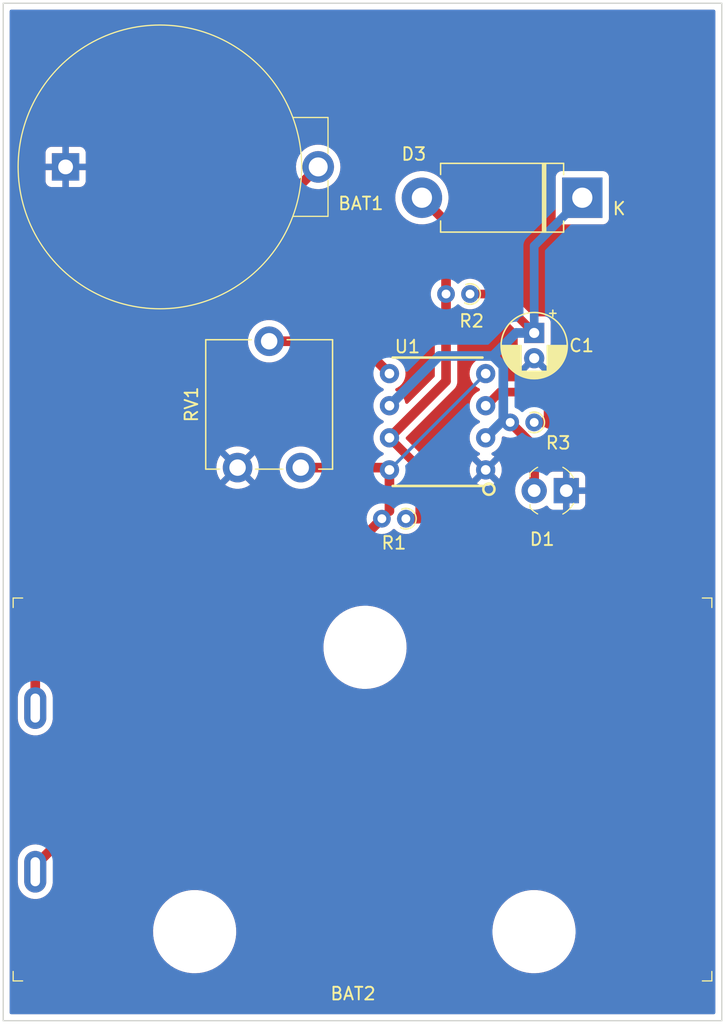
<source format=kicad_pcb>
(kicad_pcb (version 20211014) (generator pcbnew)
  (layers (0 "F.Cu" signal) (31 "B.Cu" signal) (34 "B.Paste" user) (35 "F.Paste" user) (36 "B.SilkS" user "B.Silkscreen") (37 "F.SilkS" user "F.Silkscreen") (38 "B.Mask" user) (39 "F.Mask" user) (44 "Edge.Cuts" user))
  (net 0 "")
  (net 1 "Net-(C1-Pad1)")
  (net 2 "Net-(D3-Pad2)")
  (net 3 "Net-(RV1-Pad2)")
  (net 4 "Net-(R3-Pad1)")
  (net 5 "Net-(BAT1-PadPOS)")
  (net 6 "Net-(R1-Pad2)")
  (net 7 "Net-(C1-Pad2)")
  (footprint "Potentiometer_THT:Potentiometer_ACP_CA9-V10_Vertical" (layer "F.Cu") (at 149.795 78.152 90)
    (fp_text reference "RV1" (at 5 -8.65 90) (layer "F.SilkS"))
    (fp_text value "470")
    (fp_line (start 10.12 -1.075) (end 10.12 2.52) (layer "F.SilkS") (width 0.12))
    (fp_line (start -0.12 -3.574) (end -0.12 -1.425) (layer "F.SilkS") (width 0.12))
    (fp_line (start -0.12 -7.521) (end 10.12 -7.521) (layer "F.SilkS") (width 0.12))
    (fp_line (start -0.12 1.425) (end -0.12 2.52) (layer "F.SilkS") (width 0.12))
    (fp_line (start -0.12 2.52) (end 10.12 2.52) (layer "F.SilkS") (width 0.12))
    (fp_line (start -0.12 -7.521) (end -0.12 -6.426) (layer "F.SilkS") (width 0.12))
    (fp_line (start 10.12 -7.521) (end 10.12 -3.925) (layer "F.SilkS") (width 0.12))
    (pad "1" thru_hole circle (at 0 0 90) (size 2.34 2.34) (drill 1.3) (layers *.Cu *.Mask) (net 6 "Net-(R1-Pad2)"))
    (pad "2" thru_hole circle (at 10 -2.5 90) (size 2.34 2.34) (drill 1.3) (layers *.Cu *.Mask) (net 3 "Net-(RV1-Pad2)"))
    (pad "3" thru_hole circle (at 0 -5 90) (size 2.34 2.34) (drill 1.3) (layers *.Cu *.Mask) (net 7 "Net-(C1-Pad2)"))
  )
  (footprint "Capacitor_THT:CP_Radial_D5.0mm_P2.00mm" (layer "F.Cu") (at 168.28 67.495 -90)
    (fp_text reference "C1" (at 1 -3.75 180) (layer "F.SilkS"))
    (fp_text value "10nf")
    (fp_line (start -1.804775 -1.475) (end -1.304775 -1.475) (layer "F.SilkS") (width 0.12))
    (fp_line (start 1.24 -2.569) (end 1.24 -1.04) (layer "F.SilkS") (width 0.12))
    (fp_line (start 2.801 -1.864) (end 2.801 -1.04) (layer "F.SilkS") (width 0.12))
    (fp_line (start 2.361 1.04) (end 2.361 2.2) (layer "F.SilkS") (width 0.12))
    (fp_line (start 3.281 -1.251) (end 3.281 1.251) (layer "F.SilkS") (width 0.12))
    (fp_line (start 1.2 -2.573) (end 1.2 -1.04) (layer "F.SilkS") (width 0.12))
    (fp_line (start 2.241 1.04) (end 2.241 2.268) (layer "F.SilkS") (width 0.12))
    (fp_line (start 1.4 -2.55) (end 1.4 -1.04) (layer "F.SilkS") (width 0.12))
    (fp_line (start 1.4 1.04) (end 1.4 2.55) (layer "F.SilkS") (width 0.12))
    (fp_line (start 1.64 1.04) (end 1.64 2.501) (layer "F.SilkS") (width 0.12))
    (fp_line (start 3.201 -1.383) (end 3.201 1.383) (layer "F.SilkS") (width 0.12))
    (fp_line (start 2.201 1.04) (end 2.201 2.29) (layer "F.SilkS") (width 0.12))
    (fp_line (start 2.561 -2.065) (end 2.561 -1.04) (layer "F.SilkS") (width 0.12))
    (fp_line (start 1.16 1.04) (end 1.16 2.576) (layer "F.SilkS") (width 0.12))
    (fp_line (start 1.721 -2.48) (end 1.721 -1.04) (layer "F.SilkS") (width 0.12))
    (fp_line (start 1.44 1.04) (end 1.44 2.543) (layer "F.SilkS") (width 0.12))
    (fp_line (start 1.48 1.04) (end 1.48 2.536) (layer "F.SilkS") (width 0.12))
    (fp_line (start 2.121 -2.329) (end 2.121 -1.04) (layer "F.SilkS") (width 0.12))
    (fp_line (start 1.48 -2.536) (end 1.48 -1.04) (layer "F.SilkS") (width 0.12))
    (fp_line (start 1.12 1.04) (end 1.12 2.578) (layer "F.SilkS") (width 0.12))
    (fp_line (start 1.32 -2.561) (end 1.32 -1.04) (layer "F.SilkS") (width 0.12))
    (fp_line (start 1.881 1.04) (end 1.881 2.428) (layer "F.SilkS") (width 0.12))
    (fp_line (start 3.361 -1.098) (end 3.361 1.098) (layer "F.SilkS") (width 0.12))
    (fp_line (start 2.241 -2.268) (end 2.241 -1.04) (layer "F.SilkS") (width 0.12))
    (fp_line (start 1.961 1.04) (end 1.961 2.398) (layer "F.SilkS") (width 0.12))
    (fp_line (start 2.401 -2.175) (end 2.401 -1.04) (layer "F.SilkS") (width 0.12))
    (fp_line (start 2.721 -1.937) (end 2.721 -1.04) (layer "F.SilkS") (width 0.12))
    (fp_line (start 2.121 1.04) (end 2.121 2.329) (layer "F.SilkS") (width 0.12))
    (fp_line (start 3.401 -1.011) (end 3.401 1.011) (layer "F.SilkS") (width 0.12))
    (fp_line (start 2.521 -2.095) (end 2.521 -1.04) (layer "F.SilkS") (width 0.12))
    (fp_line (start 2.001 -2.382) (end 2.001 -1.04) (layer "F.SilkS") (width 0.12))
    (fp_line (start 2.921 1.04) (end 2.921 1.743) (layer "F.SilkS") (width 0.12))
    (fp_line (start 3.241 -1.319) (end 3.241 1.319) (layer "F.SilkS") (width 0.12))
    (fp_line (start 3.521 -0.677) (end 3.521 0.677) (layer "F.SilkS") (width 0.12))
    (fp_line (start 2.841 1.04) (end 2.841 1.826) (layer "F.SilkS") (width 0.12))
    (fp_line (start 1.801 -2.455) (end 1.801 -1.04) (layer "F.SilkS") (width 0.12))
    (fp_line (start 1.36 1.04) (end 1.36 2.556) (layer "F.SilkS") (width 0.12))
    (fp_line (start 1.881 -2.428) (end 1.881 -1.04) (layer "F.SilkS") (width 0.12))
    (fp_line (start 1.08 1.04) (end 1.08 2.579) (layer "F.SilkS") (width 0.12))
    (fp_line (start 2.921 -1.743) (end 2.921 -1.04) (layer "F.SilkS") (width 0.12))
    (fp_line (start 2.401 1.04) (end 2.401 2.175) (layer "F.SilkS") (width 0.12))
    (fp_line (start 2.761 1.04) (end 2.761 1.901) (layer "F.SilkS") (width 0.12))
    (fp_line (start 3.081 -1.554) (end 3.081 1.554) (layer "F.SilkS") (width 0.12))
    (fp_line (start 1.721 1.04) (end 1.721 2.48) (layer "F.SilkS") (width 0.12))
    (fp_line (start 2.561 1.04) (end 2.561 2.065) (layer "F.SilkS") (width 0.12))
    (fp_line (start 1.921 -2.414) (end 1.921 -1.04) (layer "F.SilkS") (width 0.12))
    (fp_line (start 2.441 1.04) (end 2.441 2.149) (layer "F.SilkS") (width 0.12))
    (fp_line (start 2.441 -2.149) (end 2.441 -1.04) (layer "F.SilkS") (width 0.12))
    (fp_line (start 1.64 -2.501) (end 1.64 -1.04) (layer "F.SilkS") (width 0.12))
    (fp_line (start 2.081 -2.348) (end 2.081 -1.04) (layer "F.SilkS") (width 0.12))
    (fp_line (start 3.161 -1.443) (end 3.161 1.443) (layer "F.SilkS") (width 0.12))
    (fp_line (start 3.321 -1.178) (end 3.321 1.178) (layer "F.SilkS") (width 0.12))
    (fp_line (start 2.481 -2.122) (end 2.481 -1.04) (layer "F.SilkS") (width 0.12))
    (fp_line (start 1.841 -2.442) (end 1.841 -1.04) (layer "F.SilkS") (width 0.12))
    (fp_line (start 3.001 1.04) (end 3.001 1.653) (layer "F.SilkS") (width 0.12))
    (fp_line (start 1.68 1.04) (end 1.68 2.491) (layer "F.SilkS") (width 0.12))
    (fp_line (start 1 -2.58) (end 1 -1.04) (layer "F.SilkS") (width 0.12))
    (fp_line (start 1.08 -2.579) (end 1.08 -1.04) (layer "F.SilkS") (width 0.12))
    (fp_line (start 1.961 -2.398) (end 1.961 -1.04) (layer "F.SilkS") (width 0.12))
    (fp_line (start 2.321 -2.224) (end 2.321 -1.04) (layer "F.SilkS") (width 0.12))
    (fp_line (start 3.481 -0.805) (end 3.481 0.805) (layer "F.SilkS") (width 0.12))
    (fp_line (start 1.56 -2.52) (end 1.56 -1.04) (layer "F.SilkS") (width 0.12))
    (fp_line (start 1.68 -2.491) (end 1.68 -1.04) (layer "F.SilkS") (width 0.12))
    (fp_line (start 2.201 -2.29) (end 2.201 -1.04) (layer "F.SilkS") (width 0.12))
    (fp_line (start 2.601 -2.035) (end 2.601 -1.04) (layer "F.SilkS") (width 0.12))
    (fp_line (start 1.28 1.04) (end 1.28 2.565) (layer "F.SilkS") (width 0.12))
    (fp_line (start 1.761 1.04) (end 1.761 2.468) (layer "F.SilkS") (width 0.12))
    (fp_line (start 2.641 1.04) (end 2.641 2.004) (layer "F.SilkS") (width 0.12))
    (fp_line (start 2.761 -1.901) (end 2.761 -1.04) (layer "F.SilkS") (width 0.12))
    (fp_line (start 1.44 -2.543) (end 1.44 -1.04) (layer "F.SilkS") (width 0.12))
    (fp_line (start 1.6 -2.511) (end 1.6 -1.04) (layer "F.SilkS") (width 0.12))
    (fp_line (start 2.681 -1.971) (end 2.681 -1.04) (layer "F.SilkS") (width 0.12))
    (fp_line (start 1.761 -2.468) (end 1.761 -1.04) (layer "F.SilkS") (width 0.12))
    (fp_line (start 1.04 -2.58) (end 1.04 -1.04) (layer "F.SilkS") (width 0.12))
    (fp_line (start 2.681 1.04) (end 2.681 1.971) (layer "F.SilkS") (width 0.12))
    (fp_line (start 2.881 -1.785) (end 2.881 -1.04) (layer "F.SilkS") (width 0.12))
    (fp_line (start 2.801 1.04) (end 2.801 1.864) (layer "F.SilkS") (width 0.12))
    (fp_line (start 2.841 -1.826) (end 2.841 -1.04) (layer "F.SilkS") (width 0.12))
    (fp_line (start 1.32 1.04) (end 1.32 2.561) (layer "F.SilkS") (width 0.12))
    (fp_line (start 2.081 1.04) (end 2.081 2.348) (layer "F.SilkS") (width 0.12))
    (fp_line (start 2.281 1.04) (end 2.281 2.247) (layer "F.SilkS") (width 0.12))
    (fp_line (start 1.6 1.04) (end 1.6 2.511) (layer "F.SilkS") (width 0.12))
    (fp_line (start 2.161 -2.31) (end 2.161 -1.04) (layer "F.SilkS") (width 0.12))
    (fp_line (start 1.52 1.04) (end 1.52 2.528) (layer "F.SilkS") (width 0.12))
    (fp_line (start 1.2 1.04) (end 1.2 2.573) (layer "F.SilkS") (width 0.12))
    (fp_line (start 3.041 -1.605) (end 3.041 1.605) (layer "F.SilkS") (width 0.12))
    (fp_line (start 2.521 1.04) (end 2.521 2.095) (layer "F.SilkS") (width 0.12))
    (fp_line (start 3.441 -0.915) (end 3.441 0.915) (layer "F.SilkS") (width 0.12))
    (fp_line (start 2.041 1.04) (end 2.041 2.365) (layer "F.SilkS") (width 0.12))
    (fp_line (start 1.52 -2.528) (end 1.52 -1.04) (layer "F.SilkS") (width 0.12))
    (fp_line (start 1 1.04) (end 1 2.58) (layer "F.SilkS") (width 0.12))
    (fp_line (start 2.041 -2.365) (end 2.041 -1.04) (layer "F.SilkS") (width 0.12))
    (fp_line (start 1.841 1.04) (end 1.841 2.442) (layer "F.SilkS") (width 0.12))
    (fp_line (start 1.801 1.04) (end 1.801 2.455) (layer "F.SilkS") (width 0.12))
    (fp_line (start 2.641 -2.004) (end 2.641 -1.04) (layer "F.SilkS") (width 0.12))
    (fp_line (start 1.16 -2.576) (end 1.16 -1.04) (layer "F.SilkS") (width 0.12))
    (fp_line (start 1.04 1.04) (end 1.04 2.58) (layer "F.SilkS") (width 0.12))
    (fp_line (start 2.961 1.04) (end 2.961 1.699) (layer "F.SilkS") (width 0.12))
    (fp_line (start 1.28 -2.565) (end 1.28 -1.04) (layer "F.SilkS") (width 0.12))
    (fp_line (start 3.001 -1.653) (end 3.001 -1.04) (layer "F.SilkS") (width 0.12))
    (fp_line (start 3.601 -0.284) (end 3.601 0.284) (layer "F.SilkS") (width 0.12))
    (fp_line (start 2.321 1.04) (end 2.321 2.224) (layer "F.SilkS") (width 0.12))
    (fp_line (start 1.921 1.04) (end 1.921 2.414) (layer "F.SilkS") (width 0.12))
    (fp_line (start 2.001 1.04) (end 2.001 2.382) (layer "F.SilkS") (width 0.12))
    (fp_line (start 1.24 1.04) (end 1.24 2.569) (layer "F.SilkS") (width 0.12))
    (fp_line (start 3.121 -1.5) (end 3.121 1.5) (layer "F.SilkS") (width 0.12))
    (fp_line (start 2.961 -1.699) (end 2.961 -1.04) (layer "F.SilkS") (width 0.12))
    (fp_line (start 1.36 -2.556) (end 1.36 -1.04) (layer "F.SilkS") (width 0.12))
    (fp_line (start 2.881 1.04) (end 2.881 1.785) (layer "F.SilkS") (width 0.12))
    (fp_line (start 2.281 -2.247) (end 2.281 -1.04) (layer "F.SilkS") (width 0.12))
    (fp_line (start 3.561 -0.518) (end 3.561 0.518) (layer "F.SilkS") (width 0.12))
    (fp_line (start 2.721 1.04) (end 2.721 1.937) (layer "F.SilkS") (width 0.12))
    (fp_line (start 2.161 1.04) (end 2.161 2.31) (layer "F.SilkS") (width 0.12))
    (fp_line (start 2.481 1.04) (end 2.481 2.122) (layer "F.SilkS") (width 0.12))
    (fp_line (start 2.601 1.04) (end 2.601 2.035) (layer "F.SilkS") (width 0.12))
    (fp_line (start -1.554775 -1.725) (end -1.554775 -1.225) (layer "F.SilkS") (width 0.12))
    (fp_line (start 2.361 -2.2) (end 2.361 -1.04) (layer "F.SilkS") (width 0.12))
    (fp_line (start 1.56 1.04) (end 1.56 2.52) (layer "F.SilkS") (width 0.12))
    (fp_line (start 1.12 -2.578) (end 1.12 -1.04) (layer "F.SilkS") (width 0.12))
    (fp_circle (center 1 0) (end 3.62 0) (layer "F.SilkS") (width 0.12) (fill none))
    (pad "1" thru_hole rect (at 0 0 270) (size 1.6 1.6) (drill 0.8) (layers *.Cu *.Mask) (net 1 "Net-(C1-Pad1)"))
    (pad "2" thru_hole circle (at 2 0 270) (size 1.6 1.6) (drill 0.8) (layers *.Cu *.Mask) (net 7 "Net-(C1-Pad2)"))
  )
  (footprint "digikey-footprints:Battery_Holder_Coin_2032_BS-7" (layer "F.Cu") (at 131.1783 54.356)
    (fp_text reference "BAT1" (at 23.3757 2.895) (layer "F.SilkS"))
    (fp_text value "3")
    (fp_line (start 18.034 3.9116) (end 20.7772 3.9116) (layer "F.SilkS") (width 0.1))
    (fp_line (start 20.7772 -3.9116) (end 20.7772 -1.0668) (layer "F.SilkS") (width 0.1))
    (fp_line (start 20.7772 3.9116) (end 20.7772 1.0668) (layer "F.SilkS") (width 0.1))
    (fp_line (start 18.034 -3.9116) (end 20.7772 -3.9116) (layer "F.SilkS") (width 0.1))
    (fp_circle (center 7.4676 0) (end -3.7592 0) (layer "F.SilkS") (width 0.1) (fill none))
    (pad "Neg" thru_hole rect locked (at 0 0) (size 2.17 2.17) (drill 1.17) (layers *.Cu *.Mask) (net 7 "Net-(C1-Pad2)"))
    (pad "Pos" thru_hole circle locked (at 20 0) (size 2.5 2.5) (drill 1.5) (layers *.Cu *.Mask))
  )
  (footprint "Diode_THT:D_DO-201AD_P12.70mm_Horizontal" (layer "F.Cu") (at 172.09 56.795 180)
    (fp_text reference "D3" (at 13.34 3.455) (layer "F.SilkS"))
    (fp_text value "1N5400")
    (fp_text user "K" (at -2.916 -0.863) (layer "F.SilkS"))
    (fp_line (start 1.48 1.84) (end 1.48 2.72) (layer "F.SilkS") (width 0.12))
    (fp_line (start 11.22 2.72) (end 11.22 1.84) (layer "F.SilkS") (width 0.12))
    (fp_line (start 1.48 2.72) (end 11.22 2.72) (layer "F.SilkS") (width 0.12))
    (fp_line (start 2.905 -2.72) (end 2.905 2.72) (layer "F.SilkS") (width 0.12))
    (fp_line (start 1.48 -2.72) (end 11.22 -2.72) (layer "F.SilkS") (width 0.12))
    (fp_line (start 3.145 -2.72) (end 3.145 2.72) (layer "F.SilkS") (width 0.12))
    (fp_line (start 3.025 -2.72) (end 3.025 2.72) (layer "F.SilkS") (width 0.12))
    (fp_line (start 1.48 -1.84) (end 1.48 -2.72) (layer "F.SilkS") (width 0.12))
    (fp_line (start 11.22 -2.72) (end 11.22 -1.84) (layer "F.SilkS") (width 0.12))
    (pad "1" thru_hole rect (at 0 0 180) (size 3.2 3.2) (drill 1.6) (layers *.Cu *.Mask) (net 1 "Net-(C1-Pad1)"))
    (pad "2" thru_hole oval (at 12.7 0 180) (size 3.2 3.2) (drill 1.6) (layers *.Cu *.Mask) (net 2 "Net-(D3-Pad2)"))
  )
  (footprint "Resistor_THT:R_Axial_DIN0204_L3.6mm_D1.6mm_P1.90mm_Vertical" (layer "F.Cu") (at 163.2 64.415 180)
    (fp_text reference "R2" (at -0.122 -2.133 180) (layer "F.SilkS"))
    (fp_text value "470")
    (fp_arc (start 0.320095 0.749359) (mid -0.813042 -0.054435) (end 0.417133 -0.7) (layer "F.SilkS") (width 0.12))
    (pad "1" thru_hole circle (at 0 0 180) (size 1.4 1.4) (drill 0.7) (layers *.Cu *.Mask) (net 1 "Net-(C1-Pad1)"))
    (pad "2" thru_hole oval (at 1.9 0 180) (size 1.4 1.4) (drill 0.7) (layers *.Cu *.Mask) (net 2 "Net-(D3-Pad2)"))
  )
  (footprint "Resistor_THT:R_Axial_DIN0204_L3.6mm_D1.6mm_P1.90mm_Vertical" (layer "F.Cu") (at 168.28 74.575 180)
    (fp_text reference "R3" (at -1.9 -1.625 180) (layer "F.SilkS"))
    (fp_text value "220")
    (fp_arc (start 0.320095 0.749359) (mid -0.813042 -0.054435) (end 0.417133 -0.7) (layer "F.SilkS") (width 0.12))
    (pad "1" thru_hole circle (at 0 0 180) (size 1.4 1.4) (drill 0.7) (layers *.Cu *.Mask) (net 4 "Net-(R3-Pad1)"))
    (pad "2" thru_hole oval (at 1.9 0 180) (size 1.4 1.4) (drill 0.7) (layers *.Cu *.Mask) (net 1 "Net-(C1-Pad1)"))
  )
  (footprint "Library:ICM7555-PDIP" (layer "F.Cu") (at 160.6296 74.5236 90)
    (fp_text reference "U1" (at 5.9436 -2.3876 unlocked) (layer "F.SilkS"))
    (fp_text value "7555")
    (fp_line (start -5.08 -3.556) (end -5.08 3.556) (layer "F.SilkS") (width 0.2032))
    (fp_line (start 5.08 -3.556) (end 5.08 3.556) (layer "F.SilkS") (width 0.2032))
    (fp_circle (center -5.334 4.064) (end -4.89204 4.064) (layer "F.SilkS") (width 0.2032) (fill none))
    (pad "1" thru_hole circle (at -3.81 3.81 90) (size 1.524 1.524) (drill 0.762) (layers *.Cu *.Mask) (net 7 "Net-(C1-Pad2)"))
    (pad "2" thru_hole circle (at -1.27 3.81 90) (size 1.524 1.524) (drill 0.762) (layers *.Cu *.Mask) (net 1 "Net-(C1-Pad1)"))
    (pad "3" thru_hole circle (at 1.27 3.81 90) (size 1.524 1.524) (drill 0.762) (layers *.Cu *.Mask) (net 4 "Net-(R3-Pad1)"))
    (pad "4" thru_hole circle (at 3.81 3.81 90) (size 1.524 1.524) (drill 0.762) (layers *.Cu *.Mask) (net 6 "Net-(R1-Pad2)"))
    (pad "5" thru_hole circle (at 3.81 -3.81 90) (size 1.524 1.524) (drill 0.762) (layers *.Cu *.Mask) (net 3 "Net-(RV1-Pad2)"))
    (pad "6" thru_hole circle (at 1.27 -3.81 90) (size 1.524 1.524) (drill 0.762) (layers *.Cu *.Mask) (net 1 "Net-(C1-Pad1)"))
    (pad "7" thru_hole circle (at -1.27 -3.81 90) (size 1.524 1.524) (drill 0.762) (layers *.Cu *.Mask) (net 2 "Net-(D3-Pad2)"))
    (pad "8" thru_hole circle (at -3.81 -3.81 90) (size 1.524 1.524) (drill 0.762) (layers *.Cu *.Mask) (net 6 "Net-(R1-Pad2)"))
  )
  (footprint "digikey-footprints:Battery_Holder_9V_BC9VPC-ND" (layer "F.Cu") (at 141.396 114.872 180)
    (fp_text reference "BAT2" (at -12.54 -4.91) (layer "F.SilkS"))
    (fp_text value "9")
    (fp_line (start 14.37 -3.9) (end 14.37 -3.15) (layer "F.SilkS") (width 0.1))
    (fp_line (start 14.37 26.4) (end 13.62 26.4) (layer "F.SilkS") (width 0.1))
    (fp_line (start -40.95 -3.9) (end -40.95 -3.15) (layer "F.SilkS") (width 0.1))
    (fp_line (start 14.37 25.65) (end 14.37 26.4) (layer "F.SilkS") (width 0.1))
    (fp_line (start 14.37 -3.9) (end 13.62 -3.9) (layer "F.SilkS") (width 0.1))
    (fp_line (start -40.2 26.4) (end -40.95 26.4) (layer "F.SilkS") (width 0.1))
    (fp_line (start -40.95 25.65) (end -40.95 26.4) (layer "F.SilkS") (width 0.1))
    (fp_line (start -40.2 -3.9) (end -40.95 -3.9) (layer "F.SilkS") (width 0.1))
    (pad "" np_thru_hole circle locked (at 0 0 180) (size 5.57 5.57) (drill 5.57) (layers *.Cu *.Mask))
    (pad "" np_thru_hole circle locked (at -13.49 22.5 180) (size 5.57 5.57) (drill 5.57) (layers *.Cu *.Mask))
    (pad "" np_thru_hole circle locked (at -26.87 0 180) (size 5.57 5.57) (drill 5.57) (layers *.Cu *.Mask))
    (pad "NEG" thru_hole oval locked (at 12.62 17.69 180) (size 1.75 3.3) (drill oval 0.75 2.3) (layers *.Cu *.Mask) (net 5 "Net-(BAT1-PadPOS)"))
    (pad "POS" thru_hole oval locked (at 12.62 4.74 180) (size 1.75 3.3) (drill oval 0.75 2.3) (layers *.Cu *.Mask) (net 6 "Net-(R1-Pad2)"))
  )
  (footprint "Resistor_THT:R_Axial_DIN0204_L3.6mm_D1.6mm_P1.90mm_Vertical" (layer "F.Cu") (at 158.12 82.195 180)
    (fp_text reference "R1" (at 0.95 -1.92 180) (layer "F.SilkS"))
    (fp_text value "470")
    (fp_arc (start 0.320095 0.749359) (mid -0.813042 -0.054435) (end 0.417133 -0.7) (layer "F.SilkS") (width 0.12))
    (pad "1" thru_hole circle (at 0 0 180) (size 1.4 1.4) (drill 0.7) (layers *.Cu *.Mask) (net 2 "Net-(D3-Pad2)"))
    (pad "2" thru_hole oval (at 1.9 0 180) (size 1.4 1.4) (drill 0.7) (layers *.Cu *.Mask) (net 6 "Net-(R1-Pad2)"))
  )
  (footprint "digikey-footprints:LED_3mm_Radial" (layer "F.Cu") (at 168.28 79.975 180)
    (fp_text reference "D1" (at -0.63 -3.845) (layer "F.SilkS"))
    (fp_text value "RED")
    (fp_line (start 0.33 1.35) (end 0.33 1.1) (layer "F.SilkS") (width 0.1))
    (fp_line (start 0.33 -1.35) (end 0.33 -1.1) (layer "F.SilkS") (width 0.1))
    (fp_arc (start -0.274533 -1.841615) (mid 0.050808 -1.624182) (end 0.33 -1.35) (layer "F.SilkS") (width 0.1))
    (fp_arc (start 0.337285 1.356147) (mid 0.056822 1.631577) (end -0.27 1.85) (layer "F.SilkS") (width 0.1))
    (fp_arc (start -3.12 -1) (mid -2.757027 -1.487027) (end -2.27 -1.85) (layer "F.SilkS") (width 0.1))
    (fp_arc (start -2.27 1.85) (mid -2.757027 1.487027) (end -3.12 1) (layer "F.SilkS") (width 0.1))
    (pad "1" thru_hole rect locked (at -2.54 0 180) (size 2 2) (drill 1) (layers *.Cu *.Mask) (net 7 "Net-(C1-Pad2)"))
    (pad "2" thru_hole circle locked (at 0 0 180) (size 2 2) (drill 1) (layers *.Cu *.Mask) (net 1 "Net-(C1-Pad1)"))
  )
  (gr_line (start 126.238 121.92) (end 126.238 41.402) (layer "F.Cu") (width 0.0254))
  (gr_line (start 126.238 121.92) (end 183.134 121.92) (layer "F.Cu") (width 0.0254))
  (gr_line (start 183.134 41.402) (end 126.238 41.402) (layer "F.Cu") (width 0.0254))
  (gr_line (start 183.134 121.92) (end 183.134 41.402) (layer "F.Cu") (width 0.0254))
  (gr_line (start 183.134 41.402) (end 183.134 121.92) (layer "Edge.Cuts") (width 0.1))
  (gr_line (start 183.134 121.92) (end 126.238 121.92) (layer "Edge.Cuts") (width 0.1))
  (gr_line (start 126.238 121.92) (end 126.238 41.402) (layer "Edge.Cuts") (width 0.1))
  (gr_line (start 126.238 41.402) (end 183.134 41.402) (layer "Edge.Cuts") (width 0.1))
  (segment (start 168.28 76.475) (end 166.38 74.575) (width 0.762) (layer "F.Cu") (net 1))
  (segment (start 163.2 64.415) (end 165.2 64.415) (width 0.6858) (layer "F.Cu") (net 1))
  (segment (start 168.28 67.495) (end 165.2 64.415) (width 0.6858) (layer "F.Cu") (net 1))
  (segment (start 168.28 79.975) (end 168.28 76.475) (width 0.762) (layer "F.Cu") (net 1))
  (segment (start 165.836111 74.397089) (end 164.4396 75.7936) (width 0.762) (layer "B.Cu") (net 1))
  (segment (start 168.28 60.605) (end 172.09 56.795) (width 0.6858) (layer "B.Cu") (net 1))
  (segment (start 165.018055 69.317089) (end 166.840144 67.495) (width 0.762) (layer "B.Cu") (net 1))
  (segment (start 156.8196 73.2536) (end 160.756111 69.317089) (width 0.762) (layer "B.Cu") (net 1))
  (segment (start 165.836111 70.135145) (end 165.836111 74.397089) (width 0.762) (layer "B.Cu") (net 1))
  (segment (start 165.018055 69.317089) (end 165.836111 70.135145) (width 0.762) (layer "B.Cu") (net 1))
  (segment (start 168.28 67.495) (end 168.28 60.605) (width 0.6858) (layer "B.Cu") (net 1))
  (segment (start 160.756111 69.317089) (end 165.018055 69.317089) (width 0.762) (layer "B.Cu") (net 1))
  (segment (start 166.840144 67.495) (end 168.28 67.495) (width 0.762) (layer "B.Cu") (net 1))
  (segment (start 156.8196 75.7936) (end 161.3 71.3132) (width 0.762) (layer "F.Cu") (net 2))
  (segment (start 159.0325 78.0275) (end 159.0325 78.0065) (width 0.254) (layer "F.Cu") (net 2))
  (segment (start 161.3 71.3132) (end 161.3 64.415) (width 0.762) (layer "F.Cu") (net 2))
  (segment (start 161.3 64.415) (end 161.3 58.705) (width 0.762) (layer "F.Cu") (net 2))
  (segment (start 159.258 82.042) (end 159.258 78.232) (width 0.762) (layer "F.Cu") (net 2))
  (segment (start 161.3 58.705) (end 159.39 56.795) (width 0.762) (layer "F.Cu") (net 2))
  (segment (start 159.258 78.232) (end 159.0325 78.0065) (width 0.762) (layer "F.Cu") (net 2))
  (segment (start 158.12 82.195) (end 159.105 82.195) (width 0.762) (layer "F.Cu") (net 2))
  (segment (start 159.105 82.195) (end 159.258 82.042) (width 0.762) (layer "F.Cu") (net 2))
  (segment (start 159.0325 78.0065) (end 156.845 75.819) (width 0.6858) (layer "F.Cu") (net 2))
  (segment (start 147.295 68.152) (end 154.258 68.152) (width 0.762) (layer "F.Cu") (net 3))
  (segment (start 154.258 68.152) (end 156.8196 70.7136) (width 0.762) (layer "F.Cu") (net 3))
  (segment (start 169.418 72.418) (end 169.1925 72.1925) (width 0.762) (layer "F.Cu") (net 4))
  (segment (start 169.418 74.676) (end 169.418 72.418) (width 0.762) (layer "F.Cu") (net 4))
  (segment (start 168.28 74.575) (end 169.317 74.575) (width 0.762) (layer "F.Cu") (net 4))
  (segment (start 169.317 74.575) (end 169.418 74.676) (width 0.762) (layer "F.Cu") (net 4))
  (segment (start 165.569 72.175) (end 164.465 73.279) (width 0.6858) (layer "F.Cu") (net 4))
  (segment (start 169.175 72.175) (end 165.569 72.175) (width 0.6858) (layer "F.Cu") (net 4))
  (segment (start 169.1925 72.1925) (end 169.175 72.175) (width 0.6858) (layer "F.Cu") (net 4))
  (segment (start 128.776 97.28) (end 128.778 97.282) (width 0.762) (layer "F.Cu") (net 5))
  (segment (start 128.776 97.182) (end 128.776 76.7583) (width 0.762) (layer "F.Cu") (net 5))
  (segment (start 128.776 76.7583) (end 151.1783 54.356) (width 0.762) (layer "F.Cu") (net 5))
  (segment (start 156.8196 78.3336) (end 156.8196 81.5954) (width 0.762) (layer "F.Cu") (net 6))
  (segment (start 156.8196 81.5954) (end 156.22 82.195) (width 0.254) (layer "F.Cu") (net 6))
  (segment (start 149.795 78.152) (end 156.638 78.152) (width 0.762) (layer "F.Cu") (net 6))
  (segment (start 128.776 109.639) (end 156.22 82.195) (width 0.762) (layer "F.Cu") (net 6))
  (segment (start 156.638 78.152) (end 156.8196 78.3336) (width 0.762) (layer "F.Cu") (net 6))
  (segment (start 156.8196 78.3336) (end 164.4396 70.7136) (width 0.254) (layer "B.Cu") (net 6))
  (zone (net 7) (net_name "Net-(C1-Pad2)") (layer "F.Cu") (connect_pads (clearance 0.508)) (min_thickness 0.254) (fill yes (thermal_gap 0.508) (thermal_bridge_width 0.508))
    (polygon (pts (xy 183.388 122.174) (xy 125.984 122.174) (xy 125.984 41.148) (xy 183.388 41.148)))
  )
  (zone (net 7) (net_name "Net-(C1-Pad2)") (layer "B.Cu") (connect_pads (clearance 0.508)) (min_thickness 0.254) (fill yes (thermal_gap 0.508) (thermal_bridge_width 0.508))
    (polygon (pts (xy 183.388 122.174) (xy 125.984 122.174) (xy 125.984 41.148) (xy 183.388 41.148)))
  )
)
</source>
